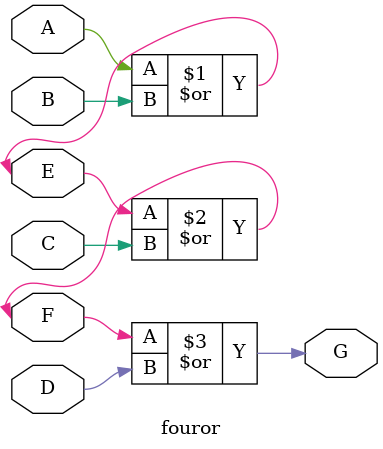
<source format=v>
`timescale 1ns / 1ps


`timescale 1ns / 1ps
//////////////////////////////////////////////////////////////////////////////////
// Company: 
// Engineer: 
// 
// Create Date: 2021/09/16 16:11:20
// Design Name: 
// Module Name: fourand
// Project Name: 
// Target Devices: 
// Tool Versions: 
// Description: 
// 
// Dependencies: 
// 
// Revision:
// Revision 0.01 - File Created
// Additional Comments:
// 
//////////////////////////////////////////////////////////////////////////////////


module fouror(
    input A,
    input B,
    input C,
    input D,
    inout E,
    inout F,
    output G
    );
    
    assign E = A | B;
    assign F = E | C;
    assign G = F | D;
    
endmodule

</source>
